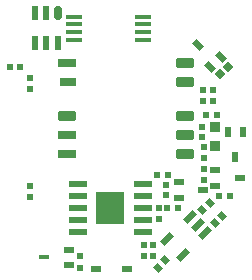
<source format=gtp>
G04 Layer_Color=8421504*
%FSLAX24Y24*%
%MOIN*%
G70*
G01*
G75*
%ADD10R,0.0244X0.0228*%
G04:AMPARAMS|DCode=11|XSize=24.4mil|YSize=22.8mil|CornerRadius=0mil|HoleSize=0mil|Usage=FLASHONLY|Rotation=315.000|XOffset=0mil|YOffset=0mil|HoleType=Round|Shape=Rectangle|*
%AMROTATEDRECTD11*
4,1,4,-0.0167,0.0006,-0.0006,0.0167,0.0167,-0.0006,0.0006,-0.0167,-0.0167,0.0006,0.0*
%
%ADD11ROTATEDRECTD11*%

%ADD12R,0.0228X0.0244*%
%ADD13R,0.0244X0.0244*%
%ADD14R,0.0335X0.0217*%
%ADD15R,0.0244X0.0244*%
%ADD16R,0.0217X0.0335*%
%ADD17R,0.0354X0.0197*%
G04:AMPARAMS|DCode=18|XSize=33.5mil|YSize=21.7mil|CornerRadius=0mil|HoleSize=0mil|Usage=FLASHONLY|Rotation=135.000|XOffset=0mil|YOffset=0mil|HoleType=Round|Shape=Rectangle|*
%AMROTATEDRECTD18*
4,1,4,0.0195,-0.0042,0.0042,-0.0195,-0.0195,0.0042,-0.0042,0.0195,0.0195,-0.0042,0.0*
%
%ADD18ROTATEDRECTD18*%

%ADD19R,0.0236X0.0472*%
G04:AMPARAMS|DCode=20|XSize=47.2mil|YSize=23.6mil|CornerRadius=5.9mil|HoleSize=0mil|Usage=FLASHONLY|Rotation=90.000|XOffset=0mil|YOffset=0mil|HoleType=Round|Shape=RoundedRectangle|*
%AMROUNDEDRECTD20*
21,1,0.0472,0.0118,0,0,90.0*
21,1,0.0354,0.0236,0,0,90.0*
1,1,0.0118,0.0059,0.0177*
1,1,0.0118,0.0059,-0.0177*
1,1,0.0118,-0.0059,-0.0177*
1,1,0.0118,-0.0059,0.0177*
%
%ADD20ROUNDEDRECTD20*%
%ADD21R,0.0581X0.0177*%
G04:AMPARAMS|DCode=22|XSize=33.5mil|YSize=15.7mil|CornerRadius=0mil|HoleSize=0mil|Usage=FLASHONLY|Rotation=180.000|XOffset=0mil|YOffset=0mil|HoleType=Round|Shape=Octagon|*
%AMOCTAGOND22*
4,1,8,-0.0167,0.0039,-0.0167,-0.0039,-0.0128,-0.0079,0.0128,-0.0079,0.0167,-0.0039,0.0167,0.0039,0.0128,0.0079,-0.0128,0.0079,-0.0167,0.0039,0.0*
%
%ADD22OCTAGOND22*%

%ADD23R,0.0374X0.0354*%
%ADD24P,0.0345X4X270.0*%
G04:AMPARAMS|DCode=25|XSize=63mil|YSize=31.5mil|CornerRadius=7.9mil|HoleSize=0mil|Usage=FLASHONLY|Rotation=0.000|XOffset=0mil|YOffset=0mil|HoleType=Round|Shape=RoundedRectangle|*
%AMROUNDEDRECTD25*
21,1,0.0630,0.0157,0,0,0.0*
21,1,0.0472,0.0315,0,0,0.0*
1,1,0.0157,0.0236,-0.0079*
1,1,0.0157,-0.0236,-0.0079*
1,1,0.0157,-0.0236,0.0079*
1,1,0.0157,0.0236,0.0079*
%
%ADD25ROUNDEDRECTD25*%
G04:AMPARAMS|DCode=26|XSize=63mil|YSize=29.5mil|CornerRadius=7.4mil|HoleSize=0mil|Usage=FLASHONLY|Rotation=0.000|XOffset=0mil|YOffset=0mil|HoleType=Round|Shape=RoundedRectangle|*
%AMROUNDEDRECTD26*
21,1,0.0630,0.0148,0,0,0.0*
21,1,0.0482,0.0295,0,0,0.0*
1,1,0.0148,0.0241,-0.0074*
1,1,0.0148,-0.0241,-0.0074*
1,1,0.0148,-0.0241,0.0074*
1,1,0.0148,0.0241,0.0074*
%
%ADD26ROUNDEDRECTD26*%
G04:AMPARAMS|DCode=27|XSize=55.1mil|YSize=29.5mil|CornerRadius=7.4mil|HoleSize=0mil|Usage=FLASHONLY|Rotation=0.000|XOffset=0mil|YOffset=0mil|HoleType=Round|Shape=RoundedRectangle|*
%AMROUNDEDRECTD27*
21,1,0.0551,0.0148,0,0,0.0*
21,1,0.0404,0.0295,0,0,0.0*
1,1,0.0148,0.0202,-0.0074*
1,1,0.0148,-0.0202,-0.0074*
1,1,0.0148,-0.0202,0.0074*
1,1,0.0148,0.0202,0.0074*
%
%ADD27ROUNDEDRECTD27*%
G04:AMPARAMS|DCode=28|XSize=43.3mil|YSize=21.7mil|CornerRadius=0mil|HoleSize=0mil|Usage=FLASHONLY|Rotation=225.000|XOffset=0mil|YOffset=0mil|HoleType=Round|Shape=Rectangle|*
%AMROTATEDRECTD28*
4,1,4,0.0077,0.0230,0.0230,0.0077,-0.0077,-0.0230,-0.0230,-0.0077,0.0077,0.0230,0.0*
%
%ADD28ROTATEDRECTD28*%

%ADD29R,0.0945X0.1102*%
%ADD30R,0.0591X0.0236*%
D10*
X-2441Y1957D02*
D03*
Y1587D02*
D03*
X3346Y-1445D02*
D03*
Y-1075D02*
D03*
X-771Y-3988D02*
D03*
Y-4358D02*
D03*
X3346Y-697D02*
D03*
X3346Y-327D02*
D03*
X-2442Y-1996D02*
D03*
X-2442Y-1626D02*
D03*
D11*
X3294Y-2454D02*
D03*
X3556Y-2192D02*
D03*
X3700Y-2887D02*
D03*
X3962Y-2625D02*
D03*
X2060Y-4121D02*
D03*
X1798Y-4383D02*
D03*
D12*
X3831Y-1969D02*
D03*
X4201D02*
D03*
X1783Y-1258D02*
D03*
X2154Y-1258D02*
D03*
X2118Y-2376D02*
D03*
X2488D02*
D03*
X3398Y735D02*
D03*
X3768D02*
D03*
D13*
X3655Y1555D02*
D03*
Y1201D02*
D03*
X3268Y335D02*
D03*
Y-20D02*
D03*
X3307Y1201D02*
D03*
Y1555D02*
D03*
X1654Y-3602D02*
D03*
Y-3957D02*
D03*
X1339Y-3957D02*
D03*
X1339Y-3602D02*
D03*
X2087Y-1955D02*
D03*
Y-1600D02*
D03*
X1831Y-2382D02*
D03*
Y-2736D02*
D03*
D14*
X3728Y-1115D02*
D03*
Y-1627D02*
D03*
X4554Y-1371D02*
D03*
X2500Y-1516D02*
D03*
Y-2028D02*
D03*
X3327Y-1772D02*
D03*
X-1147Y-3760D02*
D03*
Y-4272D02*
D03*
D15*
X-3130Y2311D02*
D03*
X-2776D02*
D03*
D16*
X4646Y155D02*
D03*
X4134D02*
D03*
X4390Y-672D02*
D03*
D17*
X787Y-4409D02*
D03*
X-236D02*
D03*
D18*
X3152Y3077D02*
D03*
X3918Y2673D02*
D03*
X3556Y2311D02*
D03*
D19*
X-2279Y3130D02*
D03*
X-1905D02*
D03*
X-1531Y3130D02*
D03*
X-1905Y4114D02*
D03*
X-2279Y4114D02*
D03*
D20*
X-1531D02*
D03*
D21*
X-999Y4006D02*
D03*
Y3750D02*
D03*
Y3494D02*
D03*
Y3238D02*
D03*
X1314D02*
D03*
Y3494D02*
D03*
Y3750D02*
D03*
Y4006D02*
D03*
D22*
X-1974Y-4016D02*
D03*
D23*
X3730Y315D02*
D03*
Y-315D02*
D03*
D24*
X4141Y2332D02*
D03*
X3890Y2081D02*
D03*
D25*
X2717Y2461D02*
D03*
Y1831D02*
D03*
Y689D02*
D03*
Y-571D02*
D03*
Y59D02*
D03*
X-1220Y689D02*
D03*
D26*
Y59D02*
D03*
Y-571D02*
D03*
Y2461D02*
D03*
D27*
X-1181Y1831D02*
D03*
D28*
X3396Y-3196D02*
D03*
X3132Y-2931D02*
D03*
X2867Y-2667D02*
D03*
X2116Y-3418D02*
D03*
X2645Y-3947D02*
D03*
D29*
X217Y-2376D02*
D03*
D30*
X1300Y-1588D02*
D03*
Y-1982D02*
D03*
Y-2376D02*
D03*
Y-2769D02*
D03*
Y-3163D02*
D03*
X-865D02*
D03*
Y-2769D02*
D03*
Y-2376D02*
D03*
Y-1982D02*
D03*
Y-1588D02*
D03*
M02*

</source>
